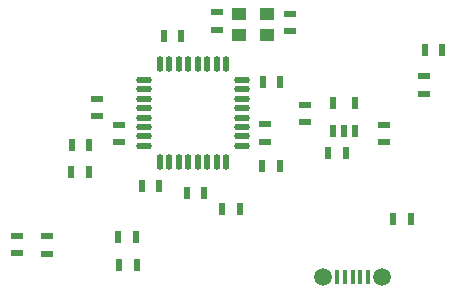
<source format=gtp>
G04 Layer_Color=8421504*
%FSAX44Y44*%
%MOMM*%
G71*
G01*
G75*
%ADD10R,0.6000X1.0000*%
%ADD11R,1.0000X0.6000*%
%ADD12O,1.3500X0.5500*%
%ADD13O,0.5500X1.3500*%
%ADD14R,0.5500X1.1000*%
%ADD15R,1.2000X1.1000*%
%ADD16R,0.4000X1.3000*%
%ADD25C,1.5000*%
D10*
X00767725Y00811323D02*
D03*
X00782725D02*
D03*
X00782043Y00835229D02*
D03*
X00767043D02*
D03*
X00825209Y00872145D02*
D03*
X00855246Y00859068D02*
D03*
X00870246D02*
D03*
X00840209Y00872145D02*
D03*
X00889198Y00894927D02*
D03*
X00904198D02*
D03*
X00945150Y00906540D02*
D03*
X00960150D02*
D03*
X01000082Y00850239D02*
D03*
X01015081D02*
D03*
X00904368Y00966340D02*
D03*
X00889368D02*
D03*
X00820730Y01005435D02*
D03*
X00805730D02*
D03*
X00727812Y00912930D02*
D03*
X00727336Y00889785D02*
D03*
X00742335D02*
D03*
X00742812Y00912930D02*
D03*
X00787068Y00878206D02*
D03*
X00802068D02*
D03*
X01026533Y00993665D02*
D03*
X01041533D02*
D03*
D11*
X00706920Y00820785D02*
D03*
Y00835785D02*
D03*
X00681306Y00836234D02*
D03*
Y00821234D02*
D03*
X00767596Y00915182D02*
D03*
Y00930182D02*
D03*
X00749207Y00952318D02*
D03*
Y00937318D02*
D03*
X00850418Y01010536D02*
D03*
Y01025536D02*
D03*
X00912397Y01009310D02*
D03*
Y01024310D02*
D03*
X00925040Y00947134D02*
D03*
Y00932135D02*
D03*
X00891427Y00930415D02*
D03*
Y00915415D02*
D03*
X00992268Y00915211D02*
D03*
Y00930211D02*
D03*
X01025959Y00956355D02*
D03*
Y00971355D02*
D03*
D12*
X00872075Y00912246D02*
D03*
Y00920246D02*
D03*
Y00928246D02*
D03*
Y00936246D02*
D03*
Y00944246D02*
D03*
Y00952246D02*
D03*
Y00960246D02*
D03*
Y00968246D02*
D03*
X00789074D02*
D03*
Y00960246D02*
D03*
Y00952246D02*
D03*
Y00944246D02*
D03*
Y00936246D02*
D03*
Y00928246D02*
D03*
Y00920246D02*
D03*
Y00912246D02*
D03*
D13*
X00842574Y00898746D02*
D03*
X00850574D02*
D03*
X00858574D02*
D03*
X00834574D02*
D03*
X00826574D02*
D03*
X00818574D02*
D03*
X00810574D02*
D03*
X00802574D02*
D03*
X00842574Y00981746D02*
D03*
X00850574D02*
D03*
X00858574D02*
D03*
X00834574D02*
D03*
X00826574D02*
D03*
X00818574D02*
D03*
X00810574D02*
D03*
X00802574D02*
D03*
D14*
X00948766Y00924840D02*
D03*
X00958266D02*
D03*
X00967766D02*
D03*
Y00948840D02*
D03*
X00948766D02*
D03*
D15*
X00893552Y01006475D02*
D03*
Y01024255D02*
D03*
X00869672Y01024284D02*
D03*
Y01006475D02*
D03*
D16*
X00952718Y00801143D02*
D03*
X00959218D02*
D03*
X00965718D02*
D03*
X00972218D02*
D03*
X00978718D02*
D03*
D25*
X00940719Y00801143D02*
D03*
X00990718D02*
D03*
M02*

</source>
